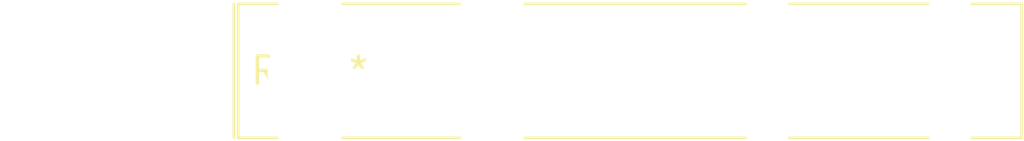
<source format=kicad_pcb>
(kicad_pcb (version 20240108) (generator pcbnew)
  (layers (0 "F.Cu" signal) (31 "B.Cu" signal) (34 "B.Paste" user) (35 "F.Paste" user) (36 "B.SilkS" user "B.Silkscreen") (37 "F.SilkS" user "F.Silkscreen") (38 "B.Mask" user) (39 "F.Mask" user) (44 "Edge.Cuts" user))
  (net 0 "")
  (footprint "Fuseholder_Keystone_3555-2" (layer "F.Cu") (at 0 0)
    (property "Reference" "REF**")
    (property "Value" "Fuseholder_Keystone_3555-2")
    (fp_line (start -3.5 -3.1) (end -3.5 3.1) (layer "F.SilkS") (stroke (width 0.12)))
    (fp_line (start -3.3 -3.1) (end -1.5 -3.1) (layer "F.SilkS") (stroke (width 0.12)))
    (fp_line (start -3.3 3.1) (end -3.3 -3.1) (layer "F.SilkS") (stroke (width 0.12)))
    (fp_line (start -3.3 3.1) (end -1.5 3.1) (layer "F.SilkS") (stroke (width 0.12)))
    (fp_line (start 1.5 -3.1) (end 6.9 -3.1) (layer "F.SilkS") (stroke (width 0.12)))
    (fp_line (start 1.5 3.1) (end 6.9 3.1) (layer "F.SilkS") (stroke (width 0.12)))
    (fp_line (start 9.9 -3.1) (end 20.1 -3.1) (layer "F.SilkS") (stroke (width 0.12)))
    (fp_line (start 9.9 3.1) (end 20.1 3.1) (layer "F.SilkS") (stroke (width 0.12)))
    (fp_line (start 22.1 -3.1) (end 28.5 -3.1) (layer "F.SilkS") (stroke (width 0.12)))
    (fp_line (start 22.1 3.1) (end 28.5 3.1) (layer "F.SilkS") (stroke (width 0.12)))
    (fp_line (start 30.5 -3.1) (end 32.8 -3.1) (layer "F.SilkS") (stroke (width 0.12)))
    (fp_line (start 30.5 3.1) (end 32.8 3.1) (layer "F.SilkS") (stroke (width 0.12)))
    (fp_line (start 32.8 -3.1) (end 32.8 3.1) (layer "F.SilkS") (stroke (width 0.12)))
    (pad "1" thru_hole roundrect (at 0 0 90) (size 6 6) (drill 3.9) (layers *.Cu *.Mask) (remove_unused_layers) (roundrect_rratio 0.4))
    (pad "1" thru_hole roundrect (at 8.4 0) (size 6 6) (drill 3.9) (layers *.Cu *.Mask) (remove_unused_layers) (roundrect_rratio 0.4))
    (pad "2" thru_hole circle (at 21.1 0) (size 6 6) (drill 3.9) (layers *.Cu *.Mask) (remove_unused_layers))
    (pad "2" thru_hole circle (at 29.5 0) (size 6 6) (drill 3.9) (layers *.Cu *.Mask) (remove_unused_layers))
  )
)
</source>
